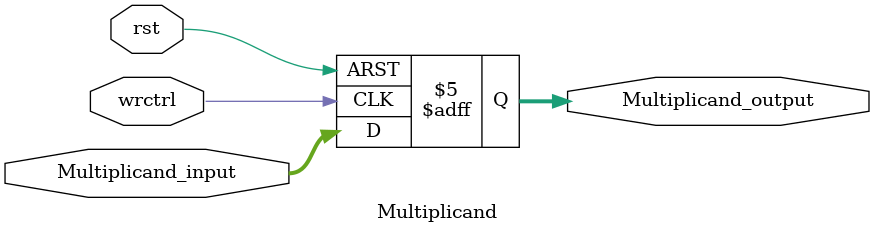
<source format=v>
module Multiplicand(
	input [31:0] Multiplicand_input, //Multiplicand input
	input rst, //Reset multiplicand
	input wrctrl, //write the multiplicand into register
	output reg [31:0] Multiplicand_output=0 //Multiplicand output
	);
always @(posedge rst,posedge wrctrl)begin
	if(rst==1)Multiplicand_output<=0;
	else if(wrctrl==1)Multiplicand_output<=Multiplicand_input;

end
endmodule

</source>
